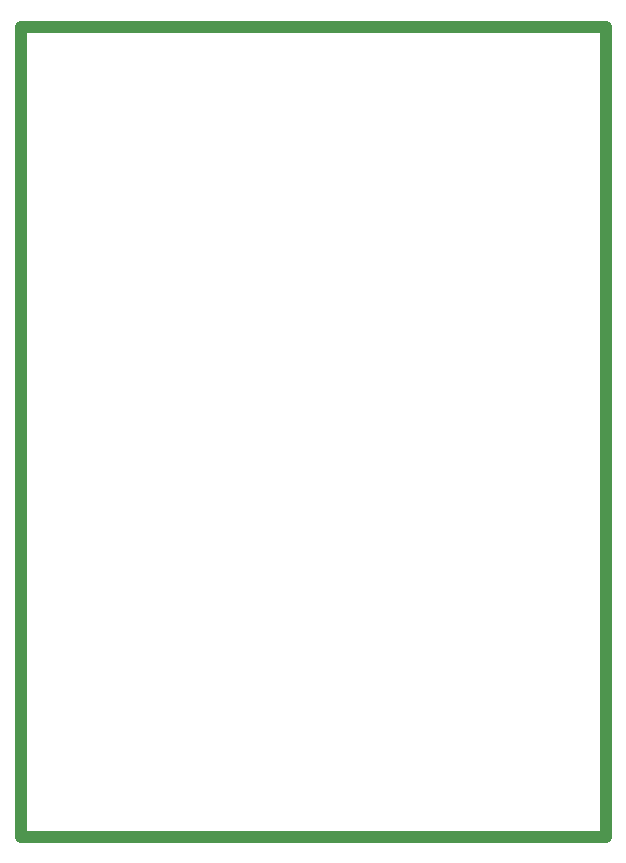
<source format=gbr>
%TF.GenerationSoftware,KiCad,Pcbnew,(5.1.10)-1*%
%TF.CreationDate,2021-09-08T13:01:39+02:00*%
%TF.ProjectId,LUCES,4c554345-532e-46b6-9963-61645f706362,rev?*%
%TF.SameCoordinates,Original*%
%TF.FileFunction,Profile,NP*%
%FSLAX46Y46*%
G04 Gerber Fmt 4.6, Leading zero omitted, Abs format (unit mm)*
G04 Created by KiCad (PCBNEW (5.1.10)-1) date 2021-09-08 13:01:39*
%MOMM*%
%LPD*%
G01*
G04 APERTURE LIST*
%TA.AperFunction,Profile*%
%ADD10C,1.000000*%
%TD*%
G04 APERTURE END LIST*
D10*
X24770000Y34290000D02*
X24770000Y-34290000D01*
X-24760000Y34290000D02*
X24770000Y34290000D01*
X-24760000Y-34290000D02*
X-24760000Y34290000D01*
X24770000Y-34290000D02*
X-24760000Y-34290000D01*
M02*

</source>
